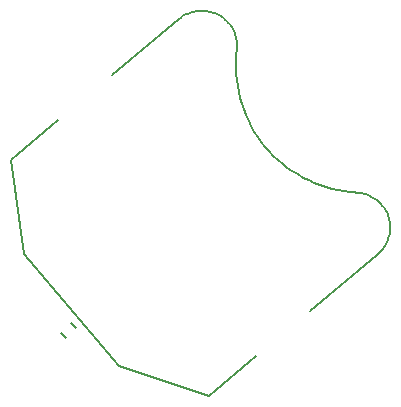
<source format=gbo>
G75*
G70*
%OFA0B0*%
%FSLAX24Y24*%
%IPPOS*%
%LPD*%
%AMOC8*
5,1,8,0,0,1.08239X$1,22.5*
%
%ADD10C,0.0060*%
%ADD11C,0.0080*%
D10*
X004360Y004807D02*
X004527Y004640D01*
X004861Y004974D02*
X004694Y005141D01*
D11*
X006283Y003698D02*
X009270Y002710D01*
X010851Y004036D01*
X012660Y005555D02*
X014886Y007422D01*
X014885Y007422D02*
X014937Y007466D01*
X014985Y007514D01*
X015031Y007564D01*
X015074Y007616D01*
X015114Y007671D01*
X015150Y007728D01*
X015183Y007787D01*
X015213Y007848D01*
X015239Y007911D01*
X015261Y007975D01*
X015280Y008040D01*
X015295Y008106D01*
X015306Y008173D01*
X015313Y008240D01*
X015316Y008308D01*
X015315Y008376D01*
X015310Y008443D01*
X015302Y008510D01*
X015289Y008577D01*
X015273Y008643D01*
X015253Y008708D01*
X015229Y008771D01*
X015201Y008833D01*
X015170Y008893D01*
X015136Y008951D01*
X015098Y009008D01*
X015057Y009062D01*
X015013Y009113D01*
X014966Y009162D01*
X014916Y009208D01*
X014864Y009251D01*
X014809Y009291D01*
X014752Y009328D01*
X014693Y009361D01*
X014632Y009391D01*
X014570Y009417D01*
X014506Y009440D01*
X014441Y009459D01*
X014375Y009474D01*
X014308Y009485D01*
X014241Y009492D01*
X014173Y009496D01*
X014173Y009497D02*
X013969Y009514D01*
X013766Y009541D01*
X013564Y009577D01*
X013364Y009624D01*
X013167Y009679D01*
X012973Y009745D01*
X012782Y009819D01*
X012595Y009903D01*
X012412Y009995D01*
X012234Y010097D01*
X012061Y010206D01*
X011893Y010324D01*
X011732Y010450D01*
X011576Y010584D01*
X011427Y010725D01*
X011286Y010873D01*
X011151Y011027D01*
X011024Y011188D01*
X010905Y011355D01*
X010794Y011528D01*
X010692Y011705D01*
X010599Y011887D01*
X010514Y012074D01*
X010438Y012265D01*
X010372Y012458D01*
X010315Y012655D01*
X010267Y012855D01*
X010230Y013056D01*
X010202Y013259D01*
X010184Y013463D01*
X010176Y013668D01*
X010177Y013873D01*
X010189Y014078D01*
X010210Y014281D01*
X010205Y014226D02*
X010212Y014293D01*
X010215Y014360D01*
X010214Y014427D01*
X010209Y014494D01*
X010201Y014560D01*
X010189Y014626D01*
X010173Y014691D01*
X010153Y014756D01*
X010130Y014819D01*
X010103Y014880D01*
X010073Y014940D01*
X010039Y014998D01*
X010002Y015054D01*
X009962Y015108D01*
X009919Y015160D01*
X009874Y015209D01*
X009825Y015255D01*
X009774Y015298D01*
X009720Y015339D01*
X009665Y015376D01*
X009607Y015411D01*
X009547Y015441D01*
X009486Y015469D01*
X009423Y015493D01*
X009359Y015513D01*
X009294Y015529D01*
X009228Y015542D01*
X009162Y015551D01*
X009095Y015557D01*
X009028Y015558D01*
X008961Y015556D01*
X008894Y015549D01*
X008828Y015539D01*
X008762Y015526D01*
X008697Y015508D01*
X008633Y015487D01*
X008571Y015462D01*
X008510Y015434D01*
X008451Y015403D01*
X008394Y015368D01*
X008338Y015329D01*
X008285Y015288D01*
X008286Y015288D02*
X006060Y013420D01*
X004251Y011902D02*
X002670Y010576D01*
X003124Y007462D01*
X006283Y003698D01*
M02*

</source>
